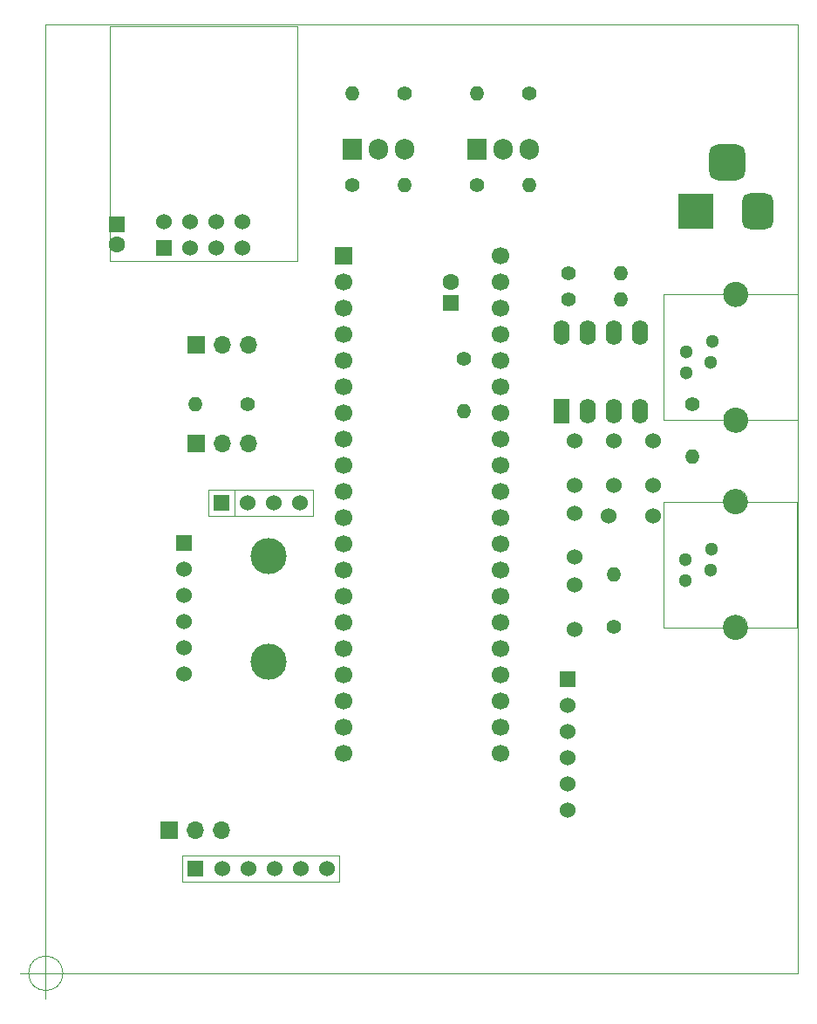
<source format=gbr>
%TF.GenerationSoftware,KiCad,Pcbnew,(6.0.4)*%
%TF.CreationDate,2023-07-21T11:21:04+07:00*%
%TF.ProjectId,05-Prototype-UpdatedComponents,30352d50-726f-4746-9f74-7970652d5570,rev?*%
%TF.SameCoordinates,PX66ff300PY8b3c880*%
%TF.FileFunction,Soldermask,Top*%
%TF.FilePolarity,Negative*%
%FSLAX46Y46*%
G04 Gerber Fmt 4.6, Leading zero omitted, Abs format (unit mm)*
G04 Created by KiCad (PCBNEW (6.0.4)) date 2023-07-21 11:21:04*
%MOMM*%
%LPD*%
G01*
G04 APERTURE LIST*
G04 Aperture macros list*
%AMRoundRect*
0 Rectangle with rounded corners*
0 $1 Rounding radius*
0 $2 $3 $4 $5 $6 $7 $8 $9 X,Y pos of 4 corners*
0 Add a 4 corners polygon primitive as box body*
4,1,4,$2,$3,$4,$5,$6,$7,$8,$9,$2,$3,0*
0 Add four circle primitives for the rounded corners*
1,1,$1+$1,$2,$3*
1,1,$1+$1,$4,$5*
1,1,$1+$1,$6,$7*
1,1,$1+$1,$8,$9*
0 Add four rect primitives between the rounded corners*
20,1,$1+$1,$2,$3,$4,$5,0*
20,1,$1+$1,$4,$5,$6,$7,0*
20,1,$1+$1,$6,$7,$8,$9,0*
20,1,$1+$1,$8,$9,$2,$3,0*%
G04 Aperture macros list end*
%TA.AperFunction,Profile*%
%ADD10C,0.100000*%
%TD*%
%ADD11C,0.120000*%
%ADD12R,1.600000X2.400000*%
%ADD13O,1.600000X2.400000*%
%ADD14C,2.360000*%
%ADD15C,1.300000*%
%ADD16R,1.905000X2.000000*%
%ADD17O,1.905000X2.000000*%
%ADD18R,1.700000X1.700000*%
%ADD19O,1.700000X1.700000*%
%ADD20R,1.524000X1.524000*%
%ADD21C,1.524000*%
%ADD22R,3.500000X3.500000*%
%ADD23RoundRect,0.750000X0.750000X1.000000X-0.750000X1.000000X-0.750000X-1.000000X0.750000X-1.000000X0*%
%ADD24RoundRect,0.875000X0.875000X0.875000X-0.875000X0.875000X-0.875000X-0.875000X0.875000X-0.875000X0*%
%ADD25C,3.500000*%
%ADD26C,1.700000*%
%ADD27C,1.400000*%
%ADD28O,1.400000X1.400000*%
%ADD29R,1.600000X1.600000*%
%ADD30C,1.600000*%
G04 APERTURE END LIST*
D10*
X0Y92000000D02*
X73000000Y92000000D01*
X73000000Y92000000D02*
X73000000Y0D01*
X73000000Y0D02*
X0Y0D01*
X0Y0D02*
X0Y92000000D01*
X1666666Y0D02*
G75*
G03*
X1666666Y0I-1666666J0D01*
G01*
X-2500000Y0D02*
X2500000Y0D01*
X0Y2500000D02*
X0Y-2500000D01*
D11*
%TO.C,J4*%
X59972600Y33550200D02*
X72972600Y33550200D01*
X72972600Y33550200D02*
X72972600Y45750200D01*
X72972600Y45750200D02*
X59972600Y45750200D01*
X59972600Y45750200D02*
X59972600Y33550200D01*
X68152600Y33550200D02*
G75*
G03*
X68152600Y33550200I-1180000J0D01*
G01*
X68152600Y45750200D02*
G75*
G03*
X68152600Y45750200I-1180000J0D01*
G01*
%TO.C,U5*%
X6217000Y91900000D02*
X24417000Y91900000D01*
X24417000Y91900000D02*
X24417000Y69100000D01*
X24417000Y69100000D02*
X6217000Y69100000D01*
X6217000Y69100000D02*
X6217000Y91900000D01*
%TO.C,J3*%
X59998000Y53641600D02*
X72998000Y53641600D01*
X72998000Y53641600D02*
X72998000Y65841600D01*
X72998000Y65841600D02*
X59998000Y65841600D01*
X59998000Y65841600D02*
X59998000Y53641600D01*
X68178000Y65841600D02*
G75*
G03*
X68178000Y65841600I-1180000J0D01*
G01*
X68178000Y53641600D02*
G75*
G03*
X68178000Y53641600I-1180000J0D01*
G01*
%TO.C,U4*%
X13285000Y8890000D02*
X28525000Y8890000D01*
X28525000Y8890000D02*
X28525000Y11430000D01*
X28525000Y11430000D02*
X13285000Y11430000D01*
X13285000Y11430000D02*
X13285000Y8890000D01*
X15825000Y46890000D02*
X18365000Y46890000D01*
X18365000Y46890000D02*
X18365000Y44350000D01*
X18365000Y44350000D02*
X15825000Y44350000D01*
X15825000Y44350000D02*
X15825000Y46890000D01*
X18365000Y46890000D02*
X25985000Y46890000D01*
X25985000Y46890000D02*
X25985000Y44350000D01*
X25985000Y44350000D02*
X18365000Y44350000D01*
X18365000Y44350000D02*
X18365000Y46890000D01*
%TD*%
D12*
%TO.C,U6*%
X50125000Y54545000D03*
D13*
X52665000Y54545000D03*
X55205000Y54545000D03*
X57745000Y54545000D03*
X57745000Y62165000D03*
X55205000Y62165000D03*
X52665000Y62165000D03*
X50125000Y62165000D03*
%TD*%
D14*
%TO.C,J4*%
X66972600Y33550200D03*
X66972600Y45750200D03*
D15*
X62132600Y38125200D03*
X62132600Y40160200D03*
X64572600Y39140200D03*
X64672600Y41175200D03*
%TD*%
D16*
%TO.C,U1*%
X41860000Y79960000D03*
D17*
X44400000Y79960000D03*
X46940000Y79960000D03*
%TD*%
D18*
%TO.C,J2*%
X14570000Y60935000D03*
D19*
X17110000Y60935000D03*
X19650000Y60935000D03*
%TD*%
D18*
%TO.C,J1*%
X12015000Y13920000D03*
D19*
X14555000Y13920000D03*
X17095000Y13920000D03*
%TD*%
D20*
%TO.C,U5*%
X11507000Y70370000D03*
D21*
X11507000Y72910000D03*
X14047000Y70370000D03*
X14047000Y72910000D03*
X16587000Y70370000D03*
X16587000Y72910000D03*
X19127000Y70370000D03*
X19127000Y72910000D03*
%TD*%
D18*
%TO.C,J5*%
X14570000Y51410000D03*
D19*
X17110000Y51410000D03*
X19650000Y51410000D03*
%TD*%
D16*
%TO.C,U2*%
X29795000Y79960000D03*
D17*
X32335000Y79960000D03*
X34875000Y79960000D03*
%TD*%
D22*
%TO.C,J0*%
X63165000Y73922500D03*
D23*
X69165000Y73922500D03*
D24*
X66165000Y78622500D03*
%TD*%
D25*
%TO.C,U7*%
X21615000Y30263000D03*
X21615000Y40503000D03*
D20*
X13465000Y41733000D03*
D21*
X13465000Y31573000D03*
X13465000Y39193000D03*
X13465000Y36653000D03*
X13465000Y34113000D03*
X13465000Y29033000D03*
%TD*%
D20*
%TO.C,U3*%
X50650000Y28525000D03*
D21*
X50650000Y25985000D03*
X50650000Y23445000D03*
X50650000Y20905000D03*
X50650000Y18365000D03*
X50650000Y15825000D03*
%TD*%
D18*
%TO.C,U0*%
X28880000Y69630000D03*
D26*
X28880000Y67090000D03*
X28880000Y64550000D03*
X28880000Y62010000D03*
X28880000Y59470000D03*
X28880000Y56930000D03*
X28880000Y54390000D03*
X28880000Y51850000D03*
X28880000Y49310000D03*
X28880000Y46770000D03*
X28880000Y44230000D03*
X28880000Y41690000D03*
X28880000Y39150000D03*
X28880000Y36610000D03*
X28880000Y34070000D03*
X28880000Y31530000D03*
X28880000Y28990000D03*
X28880000Y26450000D03*
X28880000Y23910000D03*
X28880000Y21370000D03*
X44120000Y21370000D03*
X44120000Y23910000D03*
X44120000Y26450000D03*
X44120000Y28990000D03*
X44120000Y31530000D03*
X44120000Y34070000D03*
X44120000Y36610000D03*
X44120000Y39150000D03*
X44120000Y41690000D03*
X44120000Y44230000D03*
X44120000Y46770000D03*
X44120000Y49310000D03*
X44120000Y51850000D03*
X44120000Y54390000D03*
X44120000Y56930000D03*
X44120000Y59470000D03*
X44120000Y62010000D03*
X44120000Y64550000D03*
X44120000Y67090000D03*
X44120000Y69630000D03*
%TD*%
D14*
%TO.C,J3*%
X66998000Y53641600D03*
X66998000Y65841600D03*
D15*
X62158000Y58216600D03*
X62158000Y60251600D03*
X64598000Y59231600D03*
X64698000Y61266600D03*
%TD*%
D27*
%TO.C,R6*%
X62815000Y55195000D03*
D28*
X62815000Y50115000D03*
%TD*%
D27*
%TO.C,R5*%
X50750000Y67895000D03*
D28*
X55830000Y67895000D03*
%TD*%
D27*
%TO.C,R7*%
X40590000Y59640000D03*
D28*
X40590000Y54560000D03*
%TD*%
D21*
%TO.C,C7*%
X51385000Y37660000D03*
X51385000Y33360000D03*
%TD*%
%TO.C,C2*%
X51385000Y44645000D03*
X51385000Y40345000D03*
%TD*%
D27*
%TO.C,R3*%
X29795000Y76460000D03*
D28*
X34875000Y76460000D03*
%TD*%
D21*
%TO.C,C5*%
X51385000Y51630000D03*
X51385000Y47330000D03*
%TD*%
D27*
%TO.C,R0*%
X46940000Y85350000D03*
D28*
X41860000Y85350000D03*
%TD*%
D29*
%TO.C,C0*%
X39320000Y65034887D03*
D30*
X39320000Y67034887D03*
%TD*%
D21*
%TO.C,C4*%
X58996000Y44400000D03*
X54696000Y44400000D03*
%TD*%
%TO.C,U4*%
X19715000Y10160000D03*
D20*
X17095000Y45620000D03*
D21*
X22255000Y10160000D03*
X19635000Y45620000D03*
X24795000Y10160000D03*
X22175000Y45620000D03*
X27335000Y10160000D03*
X24715000Y45620000D03*
D20*
X14555000Y10160000D03*
D21*
X17175000Y10160000D03*
%TD*%
D27*
%TO.C,R4*%
X50750000Y65355000D03*
D28*
X55830000Y65355000D03*
%TD*%
D27*
%TO.C,R9*%
X19635000Y55195000D03*
D28*
X14555000Y55195000D03*
%TD*%
D21*
%TO.C,C3*%
X59005000Y47330000D03*
X59005000Y51630000D03*
%TD*%
D27*
%TO.C,R8*%
X55195000Y33605000D03*
D28*
X55195000Y38685000D03*
%TD*%
D27*
%TO.C,R1*%
X41860000Y76460000D03*
D28*
X46940000Y76460000D03*
%TD*%
D29*
%TO.C,C1*%
X6935000Y72660112D03*
D30*
X6935000Y70660112D03*
%TD*%
D21*
%TO.C,C6*%
X55195000Y51630000D03*
X55195000Y47330000D03*
%TD*%
D27*
%TO.C,R2*%
X34875000Y85350000D03*
D28*
X29795000Y85350000D03*
%TD*%
M02*

</source>
